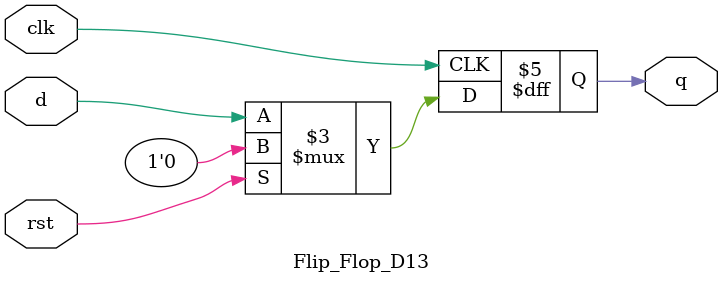
<source format=v>
`timescale 1ns / 1ps
module Flip_Flop_D13(
    input clk,
    input d,
    input rst,
    output reg q
    );

	 always @(posedge clk)
	 if (rst) 
	 q <= 0;
	 else
	 q <= d;
    
endmodule

</source>
